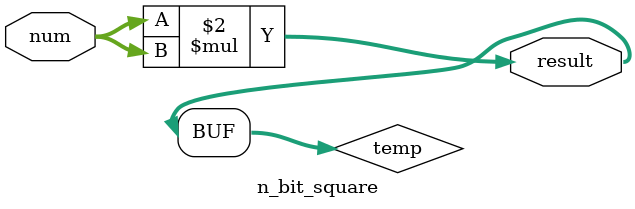
<source format=v>
`timescale 1ns / 1ps

module n_bit_square(num, result);
     parameter n=4;        //setting a limit for number of bits in input number
     input [n-1:0] num;
     output reg [2*n-1:0] result; //result is square of n bit number
     reg [2*n-1:0] temp;
     
     always@(*) begin
     temp=num*num;
     result=temp;
     
     end
     
endmodule

</source>
